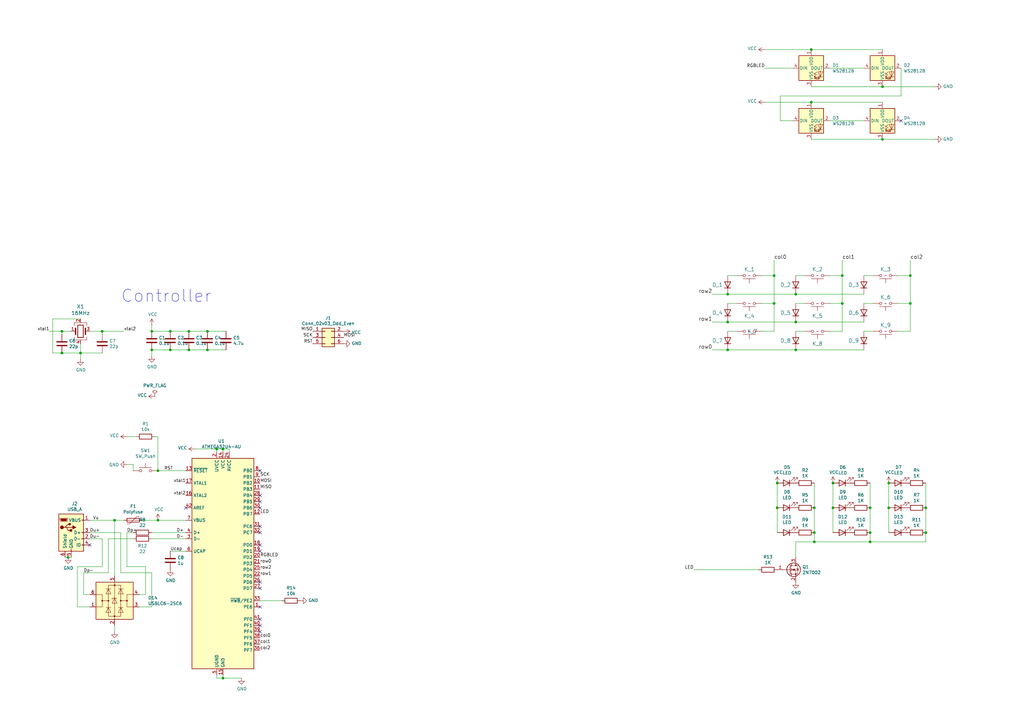
<source format=kicad_sch>
(kicad_sch (version 20211123) (generator eeschema)
  (paper "A3")
  (title_block (title "ValKey") (date "2018-03-18"))
  (lib_symbols
    (symbol "Connector:USB_B_Micro" (pin_names (offset 1.016))
      (property "Reference" "J" (at -5.08 11.43 0))
      (property "Value" "USB_B_Micro" (at -5.08 8.89 0))
      (symbol "USB_B_Micro_0_1"
        (rectangle (start -5.08 -7.62) (end 5.08 7.62) (stroke (width 0.254)) (fill (type background)))
        (circle (center -3.81 2.159) (radius 0.635) (stroke (width 0.254)) (fill (type outline)))
        (circle (center -0.635 3.429) (radius 0.381) (stroke (width 0.254)) (fill (type outline)))
        (rectangle (start -0.127 -7.62) (end 0.127 -6.858))
        (polyline (pts (xy -1.905 2.159) (xy 0.635 2.159)) (stroke (width 0.254)))
        (polyline (pts (xy -3.175 2.159) (xy -2.54 2.159) (xy -1.27 3.429) (xy -0.635 3.429)) (stroke (width 0.254)))
        (polyline (pts (xy -2.54 2.159) (xy -1.905 2.159) (xy -1.27 0.889) (xy 0 0.889)) (stroke (width 0.254)))
        (polyline (pts (xy 0.635 2.794) (xy 0.635 1.524) (xy 1.905 2.159) (xy 0.635 2.794)) (stroke (width 0.254)) (fill (type outline)))
        (polyline (pts (xy -4.318 5.588) (xy -1.778 5.588) (xy -2.032 4.826) (xy -4.064 4.826) (xy -4.318 5.588)) (fill (type outline)))
        (polyline (pts (xy -4.699 5.842) (xy -4.699 5.588) (xy -4.445 4.826) (xy -4.445 4.572) (xy -1.651 4.572) (xy -1.651 4.826) (xy -1.397 5.588) (xy -1.397 5.842) (xy -4.699 5.842)))
        (rectangle (start 0.254 1.27) (end -0.508 0.508) (stroke (width 0.254)) (fill (type outline)))
        (rectangle (start 5.08 -5.207) (end 4.318 -4.953))
        (rectangle (start 5.08 -2.667) (end 4.318 -2.413))
        (rectangle (start 5.08 -0.127) (end 4.318 0.127))
        (rectangle (start 5.08 4.953) (end 4.318 5.207))
      )
      (symbol "USB_B_Micro_1_1"
        (pin power_out line (at 7.62 5.08 180) (length 2.54) (name "VBUS") (number "1"))
        (pin bidirectional line (at 7.62 -2.54 180) (length 2.54) (name "D-") (number "2"))
        (pin bidirectional line (at 7.62 0 180) (length 2.54) (name "D+") (number "3"))
        (pin passive line (at 7.62 -5.08 180) (length 2.54) (name "ID") (number "4"))
        (pin power_out line (at 0 -10.16 90) (length 2.54) (name "GND") (number "5"))
        (pin passive line (at -2.54 -10.16 90) (length 2.54) (name "Shield") (number "6"))
      )
    )
    (symbol "Connector_Generic:Conn_02x03_Odd_Even" (pin_names (offset 1.016) hide)
      (property "Reference" "J" (at 1.27 5.08 0))
      (property "Value" "Conn_02x03_Odd_Even" (at 1.27 -5.08 0))
      (symbol "Conn_02x03_Odd_Even_1_1"
        (rectangle (start -1.27 -2.413) (end 0 -2.667) (stroke (width 0.1524)))
        (rectangle (start -1.27 0.127) (end 0 -0.127) (stroke (width 0.1524)))
        (rectangle (start -1.27 2.667) (end 0 2.413) (stroke (width 0.1524)))
        (rectangle (start -1.27 3.81) (end 3.81 -3.81) (stroke (width 0.254)) (fill (type background)))
        (rectangle (start 3.81 -2.413) (end 2.54 -2.667) (stroke (width 0.1524)))
        (rectangle (start 3.81 0.127) (end 2.54 -0.127) (stroke (width 0.1524)))
        (rectangle (start 3.81 2.667) (end 2.54 2.413) (stroke (width 0.1524)))
        (pin passive line (at -5.08 2.54 0) (length 3.81) (name "Pin_1") (number "1"))
        (pin passive line (at 7.62 2.54 180) (length 3.81) (name "Pin_2") (number "2"))
        (pin passive line (at -5.08 0 0) (length 3.81) (name "Pin_3") (number "3"))
        (pin passive line (at 7.62 0 180) (length 3.81) (name "Pin_4") (number "4"))
        (pin passive line (at -5.08 -2.54 0) (length 3.81) (name "Pin_5") (number "5"))
        (pin passive line (at 7.62 -2.54 180) (length 3.81) (name "Pin_6") (number "6"))
      )
    )
    (symbol "Device:C" (pin_numbers hide) (pin_names (offset 0.254))
      (property "Reference" "C" (at 0.635 2.54 0))
      (property "Value" "C" (at 0.635 -2.54 0))
      (symbol "C_0_1"
        (polyline (pts (xy -2.032 -0.762) (xy 2.032 -0.762)) (stroke (width 0.508)))
        (polyline (pts (xy -2.032 0.762) (xy 2.032 0.762)) (stroke (width 0.508)))
      )
      (symbol "C_1_1"
        (pin passive line (at 0 3.81 270) (length 2.794) (name "~") (number "1"))
        (pin passive line (at 0 -3.81 90) (length 2.794) (name "~") (number "2"))
      )
    )
    (symbol "Device:Crystal_GND24" (pin_names (offset 1.016) hide)
      (property "Reference" "Y" (at 3.175 5.08 0))
      (property "Value" "Crystal_GND24" (at 3.175 3.175 0))
      (symbol "Crystal_GND24_0_1"
        (rectangle (start -1.143 2.54) (end 1.143 -2.54) (stroke (width 0.3048)))
        (polyline (pts (xy -2.54 0) (xy -2.032 0)))
        (polyline (pts (xy -2.032 -1.27) (xy -2.032 1.27)) (stroke (width 0.508)))
        (polyline (pts (xy 0 -3.81) (xy 0 -3.556)))
        (polyline (pts (xy 0 3.556) (xy 0 3.81)))
        (polyline (pts (xy 2.032 -1.27) (xy 2.032 1.27)) (stroke (width 0.508)))
        (polyline (pts (xy 2.032 0) (xy 2.54 0)))
        (polyline (pts (xy -2.54 -2.286) (xy -2.54 -3.556) (xy 2.54 -3.556) (xy 2.54 -2.286)))
        (polyline (pts (xy -2.54 2.286) (xy -2.54 3.556) (xy 2.54 3.556) (xy 2.54 2.286)))
      )
      (symbol "Crystal_GND24_1_1"
        (pin passive line (at -3.81 0 0) (length 1.27) (name "1") (number "1"))
        (pin passive line (at 0 5.08 270) (length 1.27) (name "2") (number "2"))
        (pin passive line (at 3.81 0 180) (length 1.27) (name "3") (number "3"))
        (pin passive line (at 0 -5.08 90) (length 1.27) (name "4") (number "4"))
      )
    )
    (symbol "Device:D" (pin_numbers hide) (pin_names (offset 1.016) hide)
      (property "Reference" "D" (at 0 2.54 0))
      (property "Value" "D" (at 0 -2.54 0))
      (symbol "D_0_1"
        (polyline (pts (xy -1.27 1.27) (xy -1.27 -1.27)) (stroke (width 0.254)))
        (polyline (pts (xy 1.27 0) (xy -1.27 0)))
        (polyline (pts (xy 1.27 1.27) (xy 1.27 -1.27) (xy -1.27 0) (xy 1.27 1.27)) (stroke (width 0.254)))
      )
      (symbol "D_1_1"
        (pin passive line (at -3.81 0 0) (length 2.54) (name "K") (number "1"))
        (pin passive line (at 3.81 0 180) (length 2.54) (name "A") (number "2"))
      )
    )
    (symbol "Device:LED" (pin_numbers hide) (pin_names (offset 1.016) hide)
      (property "Reference" "D" (at 0 2.54 0))
      (property "Value" "LED" (at 0 -2.54 0))
      (symbol "LED_0_1"
        (polyline (pts (xy -1.27 -1.27) (xy -1.27 1.27)) (stroke (width 0.254)))
        (polyline (pts (xy -1.27 0) (xy 1.27 0)))
        (polyline (pts (xy 1.27 -1.27) (xy 1.27 1.27) (xy -1.27 0) (xy 1.27 -1.27)) (stroke (width 0.254)))
        (polyline (pts (xy -3.048 -0.762) (xy -4.572 -2.286) (xy -3.81 -2.286) (xy -4.572 -2.286) (xy -4.572 -1.524)))
        (polyline (pts (xy -1.778 -0.762) (xy -3.302 -2.286) (xy -2.54 -2.286) (xy -3.302 -2.286) (xy -3.302 -1.524)))
      )
      (symbol "LED_1_1"
        (pin passive line (at -3.81 0 0) (length 2.54) (name "K") (number "1"))
        (pin passive line (at 3.81 0 180) (length 2.54) (name "A") (number "2"))
      )
    )
    (symbol "Device:Polyfuse" (pin_numbers hide) (pin_names (offset 0))
      (property "Reference" "F" (at -2.54 0 90))
      (property "Value" "Polyfuse" (at 2.54 0 90))
      (symbol "Polyfuse_0_1"
        (rectangle (start -0.762 2.54) (end 0.762 -2.54) (stroke (width 0.254)))
        (polyline (pts (xy 0 2.54) (xy 0 -2.54)))
        (polyline (pts (xy -1.524 2.54) (xy -1.524 1.524) (xy 1.524 -1.524) (xy 1.524 -2.54)))
      )
      (symbol "Polyfuse_1_1"
        (pin passive line (at 0 3.81 270) (length 1.27) (name "~") (number "1"))
        (pin passive line (at 0 -3.81 90) (length 1.27) (name "~") (number "2"))
      )
    )
    (symbol "Device:R" (pin_numbers hide) (pin_names (offset 0))
      (property "Reference" "R" (at 2.032 0 90))
      (property "Value" "R" (at 0 0 90))
      (symbol "R_0_1"
        (rectangle (start -1.016 -2.54) (end 1.016 2.54) (stroke (width 0.254)))
      )
      (symbol "R_1_1"
        (pin passive line (at 0 3.81 270) (length 1.27) (name "~") (number "1"))
        (pin passive line (at 0 -3.81 90) (length 1.27) (name "~") (number "2"))
      )
    )
    (symbol "LED:WS2812B" (pin_names (offset 0.254))
      (property "Reference" "D" (at 5.08 5.715 0))
      (property "Value" "WS2812B" (at 1.27 -5.715 0))
      (symbol "WS2812B_0_0"
        (text "RGB" (at 2.286 -4.191 0) (effects (font (size 0.762 0.762))))
      )
      (symbol "WS2812B_0_1"
        (polyline (pts (xy 1.27 -3.556) (xy 1.778 -3.556)))
        (polyline (pts (xy 1.27 -2.54) (xy 1.778 -2.54)))
        (polyline (pts (xy 4.699 -3.556) (xy 2.667 -3.556)))
        (polyline (pts (xy 2.286 -2.54) (xy 1.27 -3.556) (xy 1.27 -3.048)))
        (polyline (pts (xy 2.286 -1.524) (xy 1.27 -2.54) (xy 1.27 -2.032)))
        (polyline (pts (xy 3.683 -1.016) (xy 3.683 -3.556) (xy 3.683 -4.064)))
        (polyline (pts (xy 4.699 -1.524) (xy 2.667 -1.524) (xy 3.683 -3.556) (xy 4.699 -1.524)))
        (rectangle (start 5.08 5.08) (end -5.08 -5.08) (stroke (width 0.254)) (fill (type background)))
      )
      (symbol "WS2812B_1_1"
        (pin power_in line (at 0 7.62 270) (length 2.54) (name "VDD") (number "1"))
        (pin output line (at 7.62 0 180) (length 2.54) (name "DOUT") (number "2"))
        (pin power_in line (at 0 -7.62 90) (length 2.54) (name "VSS") (number "3"))
        (pin input line (at -7.62 0 0) (length 2.54) (name "DIN") (number "4"))
      )
    )
    (symbol "MCU_Microchip_ATmega:ATmega32U4-A"
      (property "Reference" "U" (at -12.7 44.45 0))
      (property "Value" "ATmega32U4-A" (at 2.54 -44.45 0))
      (symbol "ATmega32U4-A_0_1"
        (rectangle (start -12.7 -43.18) (end 12.7 43.18) (stroke (width 0.254)) (fill (type background)))
      )
      (symbol "ATmega32U4-A_1_1"
        (pin bidirectional line (at 15.24 -17.78 180) (length 2.54) (name "PE6") (number "1"))
        (pin bidirectional line (at 15.24 33.02 180) (length 2.54) (name "PB2") (number "10"))
        (pin bidirectional line (at 15.24 30.48 180) (length 2.54) (name "PB3") (number "11"))
        (pin bidirectional line (at 15.24 20.32 180) (length 2.54) (name "PB7") (number "12"))
        (pin input line (at -15.24 38.1 0) (length 2.54) (name "~{RESET}") (number "13"))
        (pin power_in line (at 0 45.72 270) (length 2.54) (name "VCC") (number "14"))
        (pin power_in line (at 0 -45.72 90) (length 2.54) (name "GND") (number "15"))
        (pin output line (at -15.24 27.94 0) (length 2.54) (name "XTAL2") (number "16"))
        (pin input line (at -15.24 33.02 0) (length 2.54) (name "XTAL1") (number "17"))
        (pin bidirectional line (at 15.24 7.62 180) (length 2.54) (name "PD0") (number "18"))
        (pin bidirectional line (at 15.24 5.08 180) (length 2.54) (name "PD1") (number "19"))
        (pin power_in line (at -2.54 45.72 270) (length 2.54) (name "UVCC") (number "2"))
        (pin bidirectional line (at 15.24 2.54 180) (length 2.54) (name "PD2") (number "20"))
        (pin bidirectional line (at 15.24 0 180) (length 2.54) (name "PD3") (number "21"))
        (pin bidirectional line (at 15.24 -5.08 180) (length 2.54) (name "PD5") (number "22"))
        (pin passive line (at 0 -45.72 90) (length 2.54) hide (name "GND") (number "23"))
        (pin power_in line (at 2.54 45.72 270) (length 2.54) (name "AVCC") (number "24"))
        (pin bidirectional line (at 15.24 -2.54 180) (length 2.54) (name "PD4") (number "25"))
        (pin bidirectional line (at 15.24 -7.62 180) (length 2.54) (name "PD6") (number "26"))
        (pin bidirectional line (at 15.24 -10.16 180) (length 2.54) (name "PD7") (number "27"))
        (pin bidirectional line (at 15.24 27.94 180) (length 2.54) (name "PB4") (number "28"))
        (pin bidirectional line (at 15.24 25.4 180) (length 2.54) (name "PB5") (number "29"))
        (pin bidirectional line (at -15.24 10.16 0) (length 2.54) (name "D-") (number "3"))
        (pin bidirectional line (at 15.24 22.86 180) (length 2.54) (name "PB6") (number "30"))
        (pin bidirectional line (at 15.24 15.24 180) (length 2.54) (name "PC6") (number "31"))
        (pin bidirectional line (at 15.24 12.7 180) (length 2.54) (name "PC7") (number "32"))
        (pin bidirectional line (at 15.24 -15.24 180) (length 2.54) (name "~{HWB}/PE2") (number "33"))
        (pin passive line (at 0 45.72 270) (length 2.54) hide (name "VCC") (number "34"))
        (pin passive line (at 0 -45.72 90) (length 2.54) hide (name "GND") (number "35"))
        (pin bidirectional line (at 15.24 -35.56 180) (length 2.54) (name "PF7") (number "36"))
        (pin bidirectional line (at 15.24 -33.02 180) (length 2.54) (name "PF6") (number "37"))
        (pin bidirectional line (at 15.24 -30.48 180) (length 2.54) (name "PF5") (number "38"))
        (pin bidirectional line (at 15.24 -27.94 180) (length 2.54) (name "PF4") (number "39"))
        (pin bidirectional line (at -15.24 12.7 0) (length 2.54) (name "D+") (number "4"))
        (pin bidirectional line (at 15.24 -25.4 180) (length 2.54) (name "PF1") (number "40"))
        (pin bidirectional line (at 15.24 -22.86 180) (length 2.54) (name "PF0") (number "41"))
        (pin passive line (at -15.24 22.86 0) (length 2.54) (name "AREF") (number "42"))
        (pin passive line (at 0 -45.72 90) (length 2.54) hide (name "GND") (number "43"))
        (pin passive line (at 2.54 45.72 270) (length 2.54) hide (name "AVCC") (number "44"))
        (pin passive line (at -2.54 -45.72 90) (length 2.54) (name "UGND") (number "5"))
        (pin passive line (at -15.24 5.08 0) (length 2.54) (name "UCAP") (number "6"))
        (pin input line (at -15.24 17.78 0) (length 2.54) (name "VBUS") (number "7"))
        (pin bidirectional line (at 15.24 38.1 180) (length 2.54) (name "PB0") (number "8"))
        (pin bidirectional line (at 15.24 35.56 180) (length 2.54) (name "PB1") (number "9"))
      )
    )
    (symbol "Power_Protection:USBLC6-2SC6" (pin_names hide)
      (property "Reference" "U" (at 2.54 8.89 0))
      (property "Value" "USBLC6-2SC6" (at 2.54 -8.89 0))
      (symbol "USBLC6-2SC6_0_1"
        (rectangle (start -7.62 -7.62) (end 7.62 7.62) (stroke (width 0.254)) (fill (type background)))
        (circle (center -5.08 0) (radius 0.254) (fill (type outline)))
        (circle (center -2.54 0) (radius 0.254) (fill (type outline)))
        (rectangle (start -2.54 6.35) (end 2.54 -6.35))
        (circle (center 0 -6.35) (radius 0.254) (fill (type outline)))
        (polyline (pts (xy -5.08 -2.54) (xy -7.62 -2.54)))
        (polyline (pts (xy -5.08 0) (xy -5.08 -2.54)))
        (polyline (pts (xy -5.08 2.54) (xy -7.62 2.54)))
        (polyline (pts (xy -1.524 -2.794) (xy -3.556 -2.794)))
        (polyline (pts (xy -1.524 4.826) (xy -3.556 4.826)))
        (polyline (pts (xy 0 -7.62) (xy 0 -6.35)))
        (polyline (pts (xy 0 -6.35) (xy 0 1.27)))
        (polyline (pts (xy 0 1.27) (xy 0 6.35)))
        (polyline (pts (xy 0 6.35) (xy 0 7.62)))
        (polyline (pts (xy 1.524 -2.794) (xy 3.556 -2.794)))
        (polyline (pts (xy 1.524 4.826) (xy 3.556 4.826)))
        (polyline (pts (xy 5.08 -2.54) (xy 7.62 -2.54)))
        (polyline (pts (xy 5.08 0) (xy 5.08 -2.54)))
        (polyline (pts (xy 5.08 2.54) (xy 7.62 2.54)))
        (polyline (pts (xy -2.54 0) (xy -5.08 0) (xy -5.08 2.54)))
        (polyline (pts (xy 2.54 0) (xy 5.08 0) (xy 5.08 2.54)))
        (polyline (pts (xy -3.556 -4.826) (xy -1.524 -4.826) (xy -2.54 -2.794) (xy -3.556 -4.826)))
        (polyline (pts (xy -3.556 2.794) (xy -1.524 2.794) (xy -2.54 4.826) (xy -3.556 2.794)))
        (polyline (pts (xy -1.016 -1.016) (xy 1.016 -1.016) (xy 0 1.016) (xy -1.016 -1.016)))
        (polyline (pts (xy 1.016 1.016) (xy 0.762 1.016) (xy -1.016 1.016) (xy -1.016 0.508)))
        (polyline (pts (xy 3.556 -4.826) (xy 1.524 -4.826) (xy 2.54 -2.794) (xy 3.556 -4.826)))
        (polyline (pts (xy 3.556 2.794) (xy 1.524 2.794) (xy 2.54 4.826) (xy 3.556 2.794)))
        (circle (center 0 6.35) (radius 0.254) (fill (type outline)))
        (circle (center 2.54 0) (radius 0.254) (fill (type outline)))
        (circle (center 5.08 0) (radius 0.254) (fill (type outline)))
      )
      (symbol "USBLC6-2SC6_1_1"
        (pin passive line (at -10.16 -2.54 0) (length 2.54) (name "I/O1") (number "1"))
        (pin passive line (at 0 -10.16 90) (length 2.54) (name "GND") (number "2"))
        (pin passive line (at 10.16 -2.54 180) (length 2.54) (name "I/O2") (number "3"))
        (pin passive line (at 10.16 2.54 180) (length 2.54) (name "I/O2") (number "4"))
        (pin passive line (at 0 10.16 270) (length 2.54) (name "VBUS") (number "5"))
        (pin passive line (at -10.16 2.54 0) (length 2.54) (name "I/O1") (number "6"))
      )
    )
    (symbol "Switch:SW_Push" (pin_numbers hide) (pin_names (offset 1.016) hide)
      (property "Reference" "SW" (at 1.27 2.54 0))
      (property "Value" "SW_Push" (at 0 -1.524 0))
      (symbol "SW_Push_0_1"
        (circle (center -2.032 0) (radius 0.508))
        (polyline (pts (xy 0 1.27) (xy 0 3.048)))
        (polyline (pts (xy 2.54 1.27) (xy -2.54 1.27)))
        (circle (center 2.032 0) (radius 0.508))
        (pin passive line (at -5.08 0 0) (length 2.54) (name "1") (number "1"))
        (pin passive line (at 5.08 0 180) (length 2.54) (name "2") (number "2"))
      )
    )
    (symbol "Transistor_FET:2N7002" (pin_names hide)
      (property "Reference" "Q" (at 5.08 1.905 0))
      (property "Value" "2N7002" (at 5.08 0 0))
      (symbol "2N7002_0_1"
        (polyline (pts (xy 0.254 0) (xy -2.54 0)))
        (polyline (pts (xy 0.254 1.905) (xy 0.254 -1.905)) (stroke (width 0.254)))
        (polyline (pts (xy 0.762 -1.27) (xy 0.762 -2.286)) (stroke (width 0.254)))
        (polyline (pts (xy 0.762 0.508) (xy 0.762 -0.508)) (stroke (width 0.254)))
        (polyline (pts (xy 0.762 2.286) (xy 0.762 1.27)) (stroke (width 0.254)))
        (polyline (pts (xy 2.54 2.54) (xy 2.54 1.778)))
        (polyline (pts (xy 2.54 -2.54) (xy 2.54 0) (xy 0.762 0)))
        (polyline (pts (xy 0.762 -1.778) (xy 3.302 -1.778) (xy 3.302 1.778) (xy 0.762 1.778)))
        (polyline (pts (xy 1.016 0) (xy 2.032 0.381) (xy 2.032 -0.381) (xy 1.016 0)) (fill (type outline)))
        (polyline (pts (xy 2.794 0.508) (xy 2.921 0.381) (xy 3.683 0.381) (xy 3.81 0.254)))
        (polyline (pts (xy 3.302 0.381) (xy 2.921 -0.254) (xy 3.683 -0.254) (xy 3.302 0.381)))
        (circle (center 1.651 0) (radius 2.794) (stroke (width 0.254)))
        (circle (center 2.54 -1.778) (radius 0.254) (fill (type outline)))
        (circle (center 2.54 1.778) (radius 0.254) (fill (type outline)))
      )
      (symbol "2N7002_1_1"
        (pin input line (at -5.08 0 0) (length 2.54) (name "G") (number "1"))
        (pin passive line (at 2.54 -5.08 90) (length 2.54) (name "S") (number "2"))
        (pin passive line (at 2.54 5.08 270) (length 2.54) (name "D") (number "3"))
      )
    )
    (symbol "power:GND" (power) (pin_names (offset 0))
      (property "Value" "GND" (at 0 -3.81 0))
      (symbol "GND_0_1"
        (polyline (pts (xy 0 0) (xy 0 -1.27) (xy 1.27 -1.27) (xy 0 -2.54) (xy -1.27 -1.27) (xy 0 -1.27)))
      )
      (symbol "GND_1_1"
        (pin power_in line (at 0 0 270) (length 0) hide (name "GND") (number "1"))
      )
    )
    (symbol "power:PWR_FLAG" (power) (pin_numbers hide) (pin_names (offset 0) hide)
      (property "Value" "PWR_FLAG" (at 0 3.81 0))
      (symbol "PWR_FLAG_0_0"
        (pin power_out line (at 0 0 90) (length 0) (name "pwr") (number "1"))
      )
      (symbol "PWR_FLAG_0_1"
        (polyline (pts (xy 0 0) (xy 0 1.27) (xy -1.016 1.905) (xy 0 2.54) (xy 1.016 1.905) (xy 0 1.27)))
      )
    )
    (symbol "power:VCC" (power) (pin_names (offset 0))
      (property "Value" "VCC" (at 0 3.81 0))
      (symbol "VCC_0_1"
        (polyline (pts (xy -0.762 1.27) (xy 0 2.54)))
        (polyline (pts (xy 0 0) (xy 0 2.54)))
        (polyline (pts (xy 0 2.54) (xy 0.762 1.27)))
      )
      (symbol "VCC_1_1"
        (pin power_in line (at 0 0 90) (length 0) hide (name "VCC") (number "1"))
      )
    )
  )
  (junction (at 69.85 143.51))
  (junction (at 62.23 135.89))
  (junction (at 318.77 198.12))
  (junction (at 356.87 218.44))
  (junction (at 345.44 113.03))
  (junction (at 85.09 143.51))
  (junction (at 77.47 143.51))
  (junction (at 332.74 41.91))
  (junction (at 332.74 20.32))
  (junction (at 373.38 113.03))
  (junction (at 27.94 228.6))
  (junction (at 25.4 135.89))
  (junction (at 88.9 184.15))
  (junction (at 64.77 213.36))
  (junction (at 373.38 124.46))
  (junction (at 298.45 120.65))
  (junction (at 334.01 208.28))
  (junction (at 341.63 198.12))
  (junction (at 33.02 144.78))
  (junction (at 379.73 208.28))
  (junction (at 356.87 222.25))
  (junction (at 341.63 208.28))
  (junction (at 317.5 113.03))
  (junction (at 318.77 208.28))
  (junction (at 91.44 278.13))
  (junction (at 62.23 143.51))
  (junction (at 356.87 208.28))
  (junction (at 345.44 124.46))
  (junction (at 317.5 124.46))
  (junction (at 334.01 222.25))
  (junction (at 85.09 135.89))
  (junction (at 25.4 144.78))
  (junction (at 364.49 198.12))
  (junction (at 77.47 135.89))
  (junction (at 361.95 57.15))
  (junction (at 326.39 120.65))
  (junction (at 298.45 132.08))
  (junction (at 64.77 193.04))
  (junction (at 69.85 135.89))
  (junction (at 326.39 132.08))
  (junction (at 41.91 135.89))
  (junction (at 361.95 35.56))
  (junction (at 364.49 208.28))
  (junction (at 46.99 213.36))
  (junction (at 298.45 143.51))
  (junction (at 91.44 184.15))
  (junction (at 379.73 218.44))
  (junction (at 326.39 143.51))
  (junction (at 334.01 218.44))
  (no_connect (at 36.83 223.52))
  (no_connect (at 106.68 226.06))
  (no_connect (at 106.68 205.74))
  (no_connect (at 106.68 208.28))
  (no_connect (at 106.68 215.9))
  (no_connect (at 106.68 248.92))
  (no_connect (at 106.68 256.54))
  (no_connect (at 106.68 241.3))
  (no_connect (at 106.68 223.52))
  (no_connect (at 106.68 254))
  (no_connect (at 106.68 203.2))
  (no_connect (at 106.68 193.04))
  (no_connect (at 106.68 218.44))
  (no_connect (at 76.2 208.28))
  (no_connect (at 106.68 259.08))
  (no_connect (at 369.57 49.53))
  (no_connect (at 106.68 238.76))
  (wire (pts (xy 63.5 179.07) (xy 64.77 179.07)))
  (wire (pts (xy 326.39 132.08) (xy 354.33 132.08)))
  (wire (pts (xy 298.45 113.03) (xy 302.26 113.03)))
  (wire (pts (xy 25.4 135.89) (xy 29.21 135.89)))
  (wire (pts (xy 62.23 133.35) (xy 62.23 135.89)))
  (wire (pts (xy 49.53 218.44) (xy 49.53 234.95)))
  (wire (pts (xy 312.42 113.03) (xy 317.5 113.03)))
  (wire (pts (xy 318.77 198.12) (xy 318.77 208.28)))
  (wire (pts (xy 91.44 184.15) (xy 91.44 185.42)))
  (wire (pts (xy 34.29 234.95) (xy 44.45 234.95)))
  (wire (pts (xy 46.99 256.54) (xy 46.99 259.08)))
  (wire (pts (xy 52.07 179.07) (xy 55.88 179.07)))
  (wire (pts (xy 326.39 222.25) (xy 326.39 228.6)))
  (wire (pts (xy 34.29 243.84) (xy 36.83 243.84)))
  (wire (pts (xy 88.9 184.15) (xy 88.9 185.42)))
  (wire (pts (xy 361.95 35.56) (xy 332.74 35.56)))
  (wire (pts (xy 326.39 124.46) (xy 330.2 124.46)))
  (wire (pts (xy 26.67 228.6) (xy 27.94 228.6)))
  (wire (pts (xy 318.77 218.44) (xy 318.77 208.28)))
  (wire (pts (xy 345.44 124.46) (xy 345.44 135.89)))
  (wire (pts (xy 317.5 106.68) (xy 317.5 113.03)))
  (wire (pts (xy 379.73 222.25) (xy 356.87 222.25)))
  (wire (pts (xy 85.09 143.51) (xy 77.47 143.51)))
  (wire (pts (xy 77.47 135.89) (xy 85.09 135.89)))
  (wire (pts (xy 298.45 143.51) (xy 326.39 143.51)))
  (wire (pts (xy 345.44 113.03) (xy 345.44 124.46)))
  (wire (pts (xy 334.01 208.28) (xy 334.01 218.44)))
  (wire (pts (xy 57.15 248.92) (xy 62.23 248.92)))
  (wire (pts (xy 373.38 124.46) (xy 368.3 124.46)))
  (wire (pts (xy 62.23 143.51) (xy 62.23 146.05)))
  (wire (pts (xy 354.33 135.89) (xy 358.14 135.89)))
  (wire (pts (xy 345.44 124.46) (xy 340.36 124.46)))
  (wire (pts (xy 345.44 135.89) (xy 340.36 135.89)))
  (wire (pts (xy 92.71 143.51) (xy 85.09 143.51)))
  (wire (pts (xy 379.73 208.28) (xy 379.73 218.44)))
  (wire (pts (xy 312.42 124.46) (xy 317.5 124.46)))
  (wire (pts (xy 64.77 193.04) (xy 76.2 193.04)))
  (wire (pts (xy 345.44 106.68) (xy 345.44 113.03)))
  (wire (pts (xy 292.1 143.51) (xy 298.45 143.51)))
  (wire (pts (xy 31.75 232.41) (xy 31.75 248.92)))
  (wire (pts (xy 69.85 143.51) (xy 62.23 143.51)))
  (wire (pts (xy 369.57 39.37) (xy 320.04 39.37)))
  (wire (pts (xy 298.45 132.08) (xy 326.39 132.08)))
  (wire (pts (xy 64.77 213.36) (xy 76.2 213.36)))
  (wire (pts (xy 373.38 124.46) (xy 373.38 135.89)))
  (wire (pts (xy 69.85 135.89) (xy 77.47 135.89)))
  (wire (pts (xy 62.23 135.89) (xy 69.85 135.89)))
  (wire (pts (xy 356.87 198.12) (xy 356.87 208.28)))
  (wire (pts (xy 292.1 120.65) (xy 298.45 120.65)))
  (wire (pts (xy 292.1 132.08) (xy 298.45 132.08)))
  (wire (pts (xy 364.49 218.44) (xy 364.49 208.28)))
  (wire (pts (xy 334.01 218.44) (xy 334.01 222.25)))
  (wire (pts (xy 31.75 248.92) (xy 36.83 248.92)))
  (wire (pts (xy 341.63 218.44) (xy 341.63 208.28)))
  (wire (pts (xy 58.42 213.36) (xy 64.77 213.36)))
  (wire (pts (xy 332.74 20.32) (xy 361.95 20.32)))
  (wire (pts (xy 326.39 120.65) (xy 354.33 120.65)))
  (wire (pts (xy 379.73 218.44) (xy 379.73 222.25)))
  (wire (pts (xy 52.07 232.41) (xy 59.69 232.41)))
  (wire (pts (xy 311.15 233.68) (xy 284.48 233.68)))
  (wire (pts (xy 312.42 135.89) (xy 317.5 135.89)))
  (wire (pts (xy 62.23 220.98) (xy 76.2 220.98)))
  (wire (pts (xy 317.5 113.03) (xy 317.5 124.46)))
  (wire (pts (xy 88.9 278.13) (xy 91.44 278.13)))
  (wire (pts (xy 320.04 49.53) (xy 325.12 49.53)))
  (wire (pts (xy 91.44 278.13) (xy 99.06 278.13)))
  (wire (pts (xy 364.49 198.12) (xy 364.49 208.28)))
  (wire (pts (xy 91.44 278.13) (xy 91.44 276.86)))
  (wire (pts (xy 64.77 179.07) (xy 64.77 193.04)))
  (wire (pts (xy 313.69 41.91) (xy 332.74 41.91)))
  (wire (pts (xy 326.39 135.89) (xy 330.2 135.89)))
  (wire (pts (xy 298.45 135.89) (xy 302.26 135.89)))
  (wire (pts (xy 313.69 20.32) (xy 332.74 20.32)))
  (wire (pts (xy 356.87 218.44) (xy 356.87 222.25)))
  (wire (pts (xy 356.87 208.28) (xy 356.87 218.44)))
  (wire (pts (xy 91.44 184.15) (xy 93.98 184.15)))
  (wire (pts (xy 369.57 27.94) (xy 369.57 39.37)))
  (wire (pts (xy 326.39 143.51) (xy 354.33 143.51)))
  (wire (pts (xy 340.36 27.94) (xy 354.33 27.94)))
  (wire (pts (xy 36.83 218.44) (xy 49.53 218.44)))
  (wire (pts (xy 69.85 226.06) (xy 76.2 226.06)))
  (wire (pts (xy 341.63 198.12) (xy 341.63 208.28)))
  (wire (pts (xy 44.45 220.98) (xy 54.61 220.98)))
  (wire (pts (xy 88.9 278.13) (xy 88.9 276.86)))
  (wire (pts (xy 57.15 243.84) (xy 59.69 243.84)))
  (wire (pts (xy 85.09 135.89) (xy 92.71 135.89)))
  (wire (pts (xy 373.38 135.89) (xy 368.3 135.89)))
  (wire (pts (xy 340.36 49.53) (xy 354.33 49.53)))
  (wire (pts (xy 373.38 113.03) (xy 373.38 124.46)))
  (wire (pts (xy 36.83 220.98) (xy 41.91 220.98)))
  (wire (pts (xy 326.39 113.03) (xy 330.2 113.03)))
  (wire (pts (xy 317.5 124.46) (xy 317.5 135.89)))
  (wire (pts (xy 345.44 113.03) (xy 340.36 113.03)))
  (wire (pts (xy 41.91 135.89) (xy 50.8 135.89)))
  (wire (pts (xy 33.02 144.78) (xy 41.91 144.78)))
  (wire (pts (xy 25.4 135.89) (xy 20.32 135.89)))
  (wire (pts (xy 383.54 57.15) (xy 361.95 57.15)))
  (wire (pts (xy 52.07 218.44) (xy 52.07 232.41)))
  (wire (pts (xy 41.91 220.98) (xy 41.91 232.41)))
  (wire (pts (xy 33.02 144.78) (xy 25.4 144.78)))
  (wire (pts (xy 320.04 39.37) (xy 320.04 49.53)))
  (wire (pts (xy 298.45 120.65) (xy 326.39 120.65)))
  (wire (pts (xy 298.45 124.46) (xy 302.26 124.46)))
  (wire (pts (xy 41.91 135.89) (xy 41.91 137.16)))
  (wire (pts (xy 54.61 190.5) (xy 52.07 190.5)))
  (wire (pts (xy 33.02 144.78) (xy 33.02 147.32)))
  (wire (pts (xy 354.33 124.46) (xy 358.14 124.46)))
  (wire (pts (xy 88.9 184.15) (xy 91.44 184.15)))
  (wire (pts (xy 46.99 213.36) (xy 50.8 213.36)))
  (wire (pts (xy 36.83 135.89) (xy 41.91 135.89)))
  (wire (pts (xy 356.87 222.25) (xy 334.01 222.25)))
  (wire (pts (xy 62.23 234.95) (xy 62.23 248.92)))
  (wire (pts (xy 59.69 243.84) (xy 59.69 232.41)))
  (wire (pts (xy 54.61 193.04) (xy 54.61 190.5)))
  (wire (pts (xy 379.73 198.12) (xy 379.73 208.28)))
  (wire (pts (xy 334.01 198.12) (xy 334.01 208.28)))
  (wire (pts (xy 44.45 234.95) (xy 44.45 220.98)))
  (wire (pts (xy 106.68 246.38) (xy 115.57 246.38)))
  (wire (pts (xy 383.54 35.56) (xy 361.95 35.56)))
  (wire (pts (xy 34.29 243.84) (xy 34.29 234.95)))
  (wire (pts (xy 313.69 27.94) (xy 325.12 27.94)))
  (wire (pts (xy 46.99 213.36) (xy 46.99 236.22)))
  (wire (pts (xy 373.38 113.03) (xy 368.3 113.03)))
  (wire (pts (xy 354.33 113.03) (xy 358.14 113.03)))
  (wire (pts (xy 41.91 232.41) (xy 31.75 232.41)))
  (wire (pts (xy 334.01 222.25) (xy 326.39 222.25)))
  (wire (pts (xy 21.59 130.81) (xy 21.59 144.78)))
  (wire (pts (xy 27.94 228.6) (xy 29.21 228.6)))
  (wire (pts (xy 93.98 184.15) (xy 93.98 185.42)))
  (wire (pts (xy 36.83 213.36) (xy 46.99 213.36)))
  (wire (pts (xy 25.4 135.89) (xy 25.4 137.16)))
  (wire (pts (xy 62.23 218.44) (xy 76.2 218.44)))
  (wire (pts (xy 49.53 234.95) (xy 62.23 234.95)))
  (wire (pts (xy 21.59 144.78) (xy 25.4 144.78)))
  (wire (pts (xy 33.02 130.81) (xy 21.59 130.81)))
  (wire (pts (xy 80.01 184.15) (xy 88.9 184.15)))
  (wire (pts (xy 77.47 143.51) (xy 69.85 143.51)))
  (wire (pts (xy 373.38 106.68) (xy 373.38 113.03)))
  (wire (pts (xy 332.74 57.15) (xy 361.95 57.15)))
  (wire (pts (xy 52.07 218.44) (xy 54.61 218.44)))
  (wire (pts (xy 361.95 41.91) (xy 332.74 41.91)))
  (wire (pts (xy 33.02 140.97) (xy 33.02 144.78)))
  (text "Controller" (at 49.53 124.46 0) (effects (font (size 5.0038 5.0038)) (justify left bottom)))
  (label "row1" (at 292.1 132.08 180) (effects (font (size 1.524 1.524))))
  (label "col2" (at 373.38 106.68 0) (effects (font (size 1.524 1.524))))
  (label "D+" (at 72.39 218.44 0))
  (label "D-" (at 72.39 220.98 0))
  (label "col1" (at 345.44 106.68 0) (effects (font (size 1.524 1.524))))
  (label "Du-" (at 36.83 220.98 0))
  (label "col1" (at 106.68 264.16 0))
  (label "RGBLED" (at 106.68 228.6 0))
  (label "Vu" (at 38.1 213.36 0))
  (label "Du+" (at 36.83 218.44 0))
  (label "Dp+" (at 52.07 218.44 0))
  (label "col2" (at 106.68 266.7 0))
  (label "MISO" (at 106.68 200.66 0))
  (label "row0" (at 106.68 231.14 0))
  (label "SCK" (at 106.68 195.58 0))
  (label "MISO" (at 128.27 135.89 180))
  (label "RST" (at 67.31 193.04 0))
  (label "LED" (at 106.68 210.82 0))
  (label "MOSI" (at 140.97 138.43 0))
  (label "xtal1" (at 20.32 135.89 180))
  (label "col0" (at 317.5 106.68 0) (effects (font (size 1.524 1.524))))
  (label "row0" (at 292.1 143.51 180) (effects (font (size 1.524 1.524))))
  (label "row1" (at 106.68 236.22 0))
  (label "SCK" (at 128.27 138.43 180))
  (label "RGBLED" (at 313.69 27.94 180))
  (label "MOSI" (at 106.68 198.12 0))
  (label "Dp-" (at 34.29 234.95 0))
  (label "RST" (at 128.27 140.97 180))
  (label "Ucap" (at 69.85 226.06 0))
  (label "row2" (at 106.68 233.68 0))
  (label "xtal2" (at 50.8 135.89 0))
  (label "LED" (at 284.48 233.68 180))
  (label "col0" (at 106.68 261.62 0))
  (label "xtal1" (at 76.2 198.12 180))
  (label "xtal2" (at 76.2 203.2 180))
  (label "row2" (at 292.1 120.65 180) (effects (font (size 1.524 1.524))))
  (symbol (lib_id "MCU_Microchip_ATmega:ATmega32U4-A") (at 91.44 231.14 0) (unit 1)
    (property "Reference" "U1" (at 90.805 180.8988 0))
    (property "Value" "ATMEGA32U4-AU" (at 90.805 183.2102 0))
    (property "Footprint" "Package_QFP:TQFP-44_10x10mm_P0.8mm" (effects hide))
    (property "Datasheet" "http://ww1.microchip.com/downloads/en/DeviceDoc/Atmel-7766-8-bit-AVR-ATmega16U4-32U4_Datasheet.pdf" (effects hide))
    (property "PartNr" "C44854" (effects hide))
  )
  (symbol (lib_id "power:VCC") (at 62.23 133.35 0) (unit 1)
    (property "Reference" "#PWR05" (effects hide))
    (property "Value" "VCC" (at 62.6618 128.9558 0))
  )
  (symbol (lib_id "Device:Crystal_GND24") (at 33.02 135.89 0) (unit 1)
    (property "Reference" "X1" (at 33.02 125.73 0) (effects (font (size 1.524 1.524))))
    (property "Value" "16MHz" (at 33.02 128.4224 0) (effects (font (size 1.524 1.524))))
    (property "Footprint" "Crystal:Crystal_SMD_3225-4Pin_3.2x2.5mm" (effects hide))
    (property "Datasheet" "https://datasheet.lcsc.com/szlcsc/Zhejiang-Abel-Elec-SMD-3225-4P16M12pf10ppm_C133336.pdf" (effects hide))
    (property "PartNr" "C133336" (effects hide))
  )
  (symbol (lib_id "Device:C") (at 41.91 140.97 0) (unit 1)
    (property "Reference" "C7" (at 44.831 139.8016 0) (effects (justify left)))
    (property "Value" "22p" (at 44.831 142.113 0) (effects (justify left)))
    (property "Footprint" "Capacitor_SMD:C_0603_1608Metric" (effects hide))
  )
  (symbol (lib_id "Device:C") (at 25.4 140.97 0) (unit 1)
    (property "Reference" "C6" (at 28.321 139.8016 0) (effects (justify left)))
    (property "Value" "22p" (at 28.321 142.113 0) (effects (justify left)))
    (property "Footprint" "Capacitor_SMD:C_0603_1608Metric" (effects hide))
  )
  (symbol (lib_id "Connector:USB_B_Micro") (at 29.21 218.44 0) (unit 1)
    (property "Reference" "J2" (at 30.607 206.5782 0))
    (property "Value" "USB_A" (at 30.607 208.8896 0))
    (property "Footprint" "personal-footprints:USB_Micro_B_Female_BI0001715" (effects hide))
  )
  (symbol (lib_id "Device:R") (at 58.42 218.44 270) (unit 1)
    (property "Reference" "R8" (at 58.42 213.1822 90))
    (property "Value" "22" (at 58.42 215.4936 90))
    (property "Footprint" "Resistor_SMD:R_0603_1608Metric" (effects hide))
  )
  (symbol (lib_id "Device:R") (at 58.42 220.98 270) (unit 1)
    (property "Reference" "R12" (at 58.42 223.901 90))
    (property "Value" "22" (at 58.42 226.2124 90))
    (property "Footprint" "Resistor_SMD:R_0603_1608Metric" (effects hide))
  )
  (symbol (lib_id "Device:C") (at 69.85 229.87 0) (unit 1)
    (property "Reference" "C8" (at 72.771 228.7016 0) (effects (justify left)))
    (property "Value" "1u" (at 72.771 231.013 0) (effects (justify left)))
    (property "Footprint" "Capacitor_SMD:C_0603_1608Metric" (effects hide))
  )
  (symbol (lib_id "Device:R") (at 119.38 246.38 270) (unit 1)
    (property "Reference" "R14" (at 119.38 241.1222 90))
    (property "Value" "10k" (at 119.38 243.4336 90))
    (property "Footprint" "Resistor_SMD:R_0603_1608Metric" (effects hide))
  )
  (symbol (lib_id "power:GND") (at 123.19 246.38 90) (unit 1)
    (property "Reference" "#PWR021" (effects hide))
    (property "Value" "GND" (at 126.4412 246.253 90) (effects (justify right)))
  )
  (symbol (lib_id "power:GND") (at 62.23 146.05 0) (unit 1)
    (property "Reference" "#PWR08" (effects hide))
    (property "Value" "GND" (at 62.357 150.4442 0))
  )
  (symbol (lib_id "Device:C") (at 62.23 139.7 0) (unit 1)
    (property "Reference" "C1" (at 65.151 138.5316 0) (effects (justify left)))
    (property "Value" "0.1u" (at 65.151 140.843 0) (effects (justify left)))
    (property "Footprint" "Capacitor_SMD:C_0603_1608Metric" (effects hide))
  )
  (symbol (lib_id "Device:C") (at 69.85 139.7 0) (unit 1)
    (property "Reference" "C2" (at 72.771 138.5316 0) (effects (justify left)))
    (property "Value" "0.1u" (at 72.771 140.843 0) (effects (justify left)))
    (property "Footprint" "Capacitor_SMD:C_0603_1608Metric" (effects hide))
  )
  (symbol (lib_id "Device:C") (at 77.47 139.7 0) (unit 1)
    (property "Reference" "C3" (at 80.391 138.5316 0) (effects (justify left)))
    (property "Value" "0.1u" (at 80.391 140.843 0) (effects (justify left)))
    (property "Footprint" "Capacitor_SMD:C_0603_1608Metric" (effects hide))
  )
  (symbol (lib_id "Device:C") (at 85.09 139.7 0) (unit 1)
    (property "Reference" "C4" (at 88.011 138.5316 0) (effects (justify left)))
    (property "Value" "0.1u" (at 88.011 140.843 0) (effects (justify left)))
    (property "Footprint" "Capacitor_SMD:C_0603_1608Metric" (effects hide))
  )
  (symbol (lib_id "Device:C") (at 92.71 139.7 0) (unit 1)
    (property "Reference" "C5" (at 95.631 138.5316 0) (effects (justify left)))
    (property "Value" "4.7u" (at 95.631 140.843 0) (effects (justify left)))
    (property "Footprint" "Capacitor_SMD:C_0603_1608Metric" (effects hide))
  )
  (symbol (lib_id "power:VCC") (at 52.07 179.07 90) (unit 1)
    (property "Reference" "#PWR011" (effects hide))
    (property "Value" "VCC" (at 48.8442 178.6128 90) (effects (justify left)))
  )
  (symbol (lib_id "power:GND") (at 52.07 190.5 270) (unit 1)
    (property "Reference" "#PWR013" (effects hide))
    (property "Value" "GND" (at 48.8188 190.627 90) (effects (justify right)))
  )
  (symbol (lib_id "Switch:SW_Push") (at 59.69 193.04 0) (unit 1)
    (property "Reference" "SW1" (at 59.69 184.785 0))
    (property "Value" "SW_Push" (at 59.69 187.0964 0))
    (property "Footprint" "Button_Switch_SMD:SW_SPST_SKQG_WithoutStem" (effects hide))
  )
  (symbol (lib_id "Device:R") (at 59.69 179.07 270) (unit 1)
    (property "Reference" "R1" (at 59.69 173.8122 90))
    (property "Value" "10k" (at 59.69 176.1236 90))
    (property "Footprint" "Resistor_SMD:R_0603_1608Metric" (effects hide))
  )
  (symbol (lib_id "power:GND") (at 27.94 228.6 0) (unit 1)
    (property "Reference" "#PWR018" (effects hide))
    (property "Value" "GND" (at 28.067 232.9942 0))
  )
  (symbol (lib_id "power:GND") (at 69.85 233.68 0) (unit 1)
    (property "Reference" "#PWR019" (effects hide))
    (property "Value" "GND" (at 69.977 238.0742 0))
  )
  (symbol (lib_id "power:GND") (at 33.02 147.32 0) (unit 1)
    (property "Reference" "#PWR09" (effects hide))
    (property "Value" "GND" (at 33.147 151.7142 0))
  )
  (symbol (lib_id "power:GND") (at 99.06 278.13 0) (unit 1)
    (property "Reference" "#PWR023" (effects hide))
    (property "Value" "GND" (at 99.187 282.5242 0))
  )
  (symbol (lib_id "power:VCC") (at 80.01 184.15 90) (unit 1)
    (property "Reference" "#PWR012" (effects hide))
    (property "Value" "VCC" (at 76.7842 183.6928 90) (effects (justify left)))
  )
  (symbol (lib_id "Power_Protection:USBLC6-2SC6") (at 46.99 246.38 0) (unit 1)
    (property "Reference" "D14" (at 60.7314 245.2116 0) (effects (justify left)))
    (property "Value" "USBLC6-2SC6 " (at 60.7314 247.523 0) (effects (justify left)))
    (property "Footprint" "Package_TO_SOT_SMD:SOT-23-6" (effects hide))
    (property "Datasheet" "https://datasheet.lcsc.com/szlcsc/STMicroelectronics-USBLC6-2SC6_C7519.pdf" (effects hide))
    (property "PartNr" "C7519" (effects hide))
  )
  (symbol (lib_id "power:GND") (at 46.99 259.08 0) (unit 1)
    (property "Reference" "#PWR022" (effects hide))
    (property "Value" "GND" (at 47.117 263.4742 0))
  )
  (symbol (lib_id "power:VCC") (at 64.77 213.36 0) (unit 1)
    (property "Reference" "#PWR017" (effects hide))
    (property "Value" "VCC" (at 65.2018 208.9658 0))
  )
  (symbol (lib_id "LED:WS2812B") (at 332.74 27.94 0) (unit 1)
    (property "Reference" "D1" (at 341.4014 26.7716 0) (effects (justify left)))
    (property "Value" "WS2812B" (at 341.4014 29.083 0) (effects (justify left)))
    (property "Footprint" "LED_SMD:LED_WS2812B_PLCC4_5.0x5.0mm_P3.2mm" (effects hide))
    (property "Datasheet" "https://datasheet.lcsc.com/szlcsc/Worldsemi-WS2812B_C114585.pdf" (effects hide))
    (property "PartNr" "C114585" (effects hide))
  )
  (symbol (lib_id "LED:WS2812B") (at 332.74 49.53 0) (unit 1)
    (property "Reference" "D3" (at 341.4014 48.3616 0) (effects (justify left)))
    (property "Value" "WS2812B" (at 341.4014 50.673 0) (effects (justify left)))
    (property "Footprint" "LED_SMD:LED_WS2812B_PLCC4_5.0x5.0mm_P3.2mm" (effects hide))
    (property "Datasheet" "https://datasheet.lcsc.com/szlcsc/Worldsemi-WS2812B_C114585.pdf" (effects hide))
    (property "PartNr" "C114585" (effects hide))
  )
  (symbol (lib_id "LED:WS2812B") (at 361.95 27.94 0) (unit 1)
    (property "Reference" "D2" (at 370.6114 26.7716 0) (effects (justify left)))
    (property "Value" "WS2812B" (at 370.6114 29.083 0) (effects (justify left)))
    (property "Footprint" "LED_SMD:LED_WS2812B_PLCC4_5.0x5.0mm_P3.2mm" (effects hide))
    (property "Datasheet" "https://datasheet.lcsc.com/szlcsc/Worldsemi-WS2812B_C114585.pdf" (effects hide))
    (property "PartNr" "C114585" (effects hide))
  )
  (symbol (lib_id "LED:WS2812B") (at 361.95 49.53 0) (unit 1)
    (property "Reference" "D4" (at 370.6114 48.3616 0) (effects (justify left)))
    (property "Value" "WS2812B" (at 370.6114 50.673 0) (effects (justify left)))
    (property "Footprint" "LED_SMD:LED_WS2812B_PLCC4_5.0x5.0mm_P3.2mm" (effects hide))
    (property "Datasheet" "https://datasheet.lcsc.com/szlcsc/Worldsemi-WS2812B_C114585.pdf" (effects hide))
    (property "PartNr" "C114585" (effects hide))
  )
  (symbol (lib_id "power:PWR_FLAG") (at 63.5 162.56 0) (unit 1)
    (property "Reference" "#FLG01" (effects hide))
    (property "Value" "PWR_FLAG" (at 63.5 158.1404 0))
  )
  (symbol (lib_id "power:VCC") (at 63.5 162.56 90) (unit 1)
    (property "Reference" "#PWR010" (effects hide))
    (property "Value" "VCC" (at 60.2742 162.1028 90) (effects (justify left)))
  )
  (symbol (lib_id "power:VCC") (at 313.69 20.32 90) (unit 1)
    (property "Reference" "#PWR01" (effects hide))
    (property "Value" "VCC" (at 310.4642 19.8628 90) (effects (justify left)))
  )
  (symbol (lib_id "power:VCC") (at 313.69 41.91 90) (unit 1)
    (property "Reference" "#PWR03" (effects hide))
    (property "Value" "VCC" (at 310.4642 41.4528 90) (effects (justify left)))
  )
  (symbol (lib_id "power:GND") (at 383.54 35.56 90) (unit 1)
    (property "Reference" "#PWR02" (effects hide))
    (property "Value" "GND" (at 386.7912 35.433 90) (effects (justify right)))
  )
  (symbol (lib_id "power:GND") (at 383.54 57.15 90) (unit 1)
    (property "Reference" "#PWR04" (effects hide))
    (property "Value" "GND" (at 386.7912 57.023 90) (effects (justify right)))
  )
  (symbol (lib_id "Transistor_FET:2N7002") (at 323.85 233.68 0) (unit 1)
    (property "Reference" "Q1" (at 329.057 232.5116 0) (effects (justify left)))
    (property "Value" "2N7002" (at 329.057 234.823 0) (effects (justify left)))
    (property "Footprint" "Package_TO_SOT_SMD:SOT-23" (effects hide))
    (property "Datasheet" "https://datasheet.lcsc.com/szlcsc/Changjiang-Electronics-Tech-CJ-2N7002_C8545.pdf" (effects hide))
    (property "PartNr" "C8545" (effects hide))
  )
  (symbol (lib_id "power:GND") (at 326.39 238.76 0) (unit 1)
    (property "Reference" "#PWR020" (effects hide))
    (property "Value" "GND" (at 326.517 243.1542 0))
  )
  (symbol (lib_id "Device:LED") (at 322.58 208.28 180) (unit 1)
    (property "Reference" "D8" (at 322.7832 201.803 0))
    (property "Value" "LED" (at 322.7832 204.1144 0))
    (property "Footprint" "LED_SMD:LED_1206_3216Metric_Castellated" (effects hide))
    (property "Datasheet" "https://datasheet.lcsc.com/szlcsc/Hongli-Zhihui-HONGLITRONIC-HL-PC-3216H233W-6000-7000K_C219234.pdf" (effects hide))
    (property "PartNr" "C219234" (effects hide))
  )
  (symbol (lib_id "Device:LED") (at 322.58 218.44 180) (unit 1)
    (property "Reference" "D11" (at 322.7832 211.963 0))
    (property "Value" "LED" (at 322.7832 214.2744 0))
    (property "Footprint" "LED_SMD:LED_1206_3216Metric_Castellated" (effects hide))
    (property "Datasheet" "https://datasheet.lcsc.com/szlcsc/Hongli-Zhihui-HONGLITRONIC-HL-PC-3216H233W-6000-7000K_C219234.pdf" (effects hide))
    (property "PartNr" "C219234" (effects hide))
  )
  (symbol (lib_id "Device:LED") (at 345.44 208.28 180) (unit 1)
    (property "Reference" "D9" (at 345.6432 201.803 0))
    (property "Value" "LED" (at 345.6432 204.1144 0))
    (property "Footprint" "LED_SMD:LED_1206_3216Metric_Castellated" (effects hide))
    (property "Datasheet" "https://datasheet.lcsc.com/szlcsc/Hongli-Zhihui-HONGLITRONIC-HL-PC-3216H233W-6000-7000K_C219234.pdf" (effects hide))
    (property "PartNr" "C219234" (effects hide))
  )
  (symbol (lib_id "Device:LED") (at 345.44 218.44 180) (unit 1)
    (property "Reference" "D12" (at 345.6432 211.963 0))
    (property "Value" "LED" (at 345.6432 214.2744 0))
    (property "Footprint" "LED_SMD:LED_1206_3216Metric_Castellated" (effects hide))
    (property "Datasheet" "https://datasheet.lcsc.com/szlcsc/Hongli-Zhihui-HONGLITRONIC-HL-PC-3216H233W-6000-7000K_C219234.pdf" (effects hide))
    (property "PartNr" "C219234" (effects hide))
  )
  (symbol (lib_id "Device:R") (at 330.2 208.28 270) (unit 1)
    (property "Reference" "R5" (at 330.2 203.0222 90))
    (property "Value" "1K" (at 330.2 205.3336 90))
    (property "Footprint" "Resistor_SMD:R_0603_1608Metric" (effects hide))
  )
  (symbol (lib_id "Device:R") (at 330.2 218.44 270) (unit 1)
    (property "Reference" "R9" (at 330.2 213.1822 90))
    (property "Value" "1K" (at 330.2 215.4936 90))
    (property "Footprint" "Resistor_SMD:R_0603_1608Metric" (effects hide))
  )
  (symbol (lib_id "Device:R") (at 353.06 208.28 270) (unit 1)
    (property "Reference" "R6" (at 353.06 203.0222 90))
    (property "Value" "1K" (at 353.06 205.3336 90))
    (property "Footprint" "Resistor_SMD:R_0603_1608Metric" (effects hide))
  )
  (symbol (lib_id "Device:R") (at 353.06 218.44 270) (unit 1)
    (property "Reference" "R10" (at 353.06 213.1822 90))
    (property "Value" "1K" (at 353.06 215.4936 90))
    (property "Footprint" "Resistor_SMD:R_0603_1608Metric" (effects hide))
  )
  (symbol (lib_id "power:VCC") (at 318.77 198.12 0) (unit 1)
    (property "Reference" "#PWR014" (effects hide))
    (property "Value" "VCC" (at 319.2018 193.7258 0))
  )
  (symbol (lib_id "power:VCC") (at 341.63 198.12 0) (unit 1)
    (property "Reference" "#PWR015" (effects hide))
    (property "Value" "VCC" (at 342.0618 193.7258 0))
  )
  (symbol (lib_id "Device:R") (at 314.96 233.68 270) (unit 1)
    (property "Reference" "R13" (at 314.96 228.4222 90))
    (property "Value" "1K" (at 314.96 230.7336 90))
    (property "Footprint" "Resistor_SMD:R_0603_1608Metric" (effects hide))
  )
  (symbol (lib_id "Device:Polyfuse") (at 54.61 213.36 270) (unit 1)
    (property "Reference" "F1" (at 54.61 207.645 90))
    (property "Value" "Polyfuse" (at 54.61 209.9564 90))
    (property "Footprint" "Resistor_SMD:R_0603_1608Metric" (effects hide))
    (property "Datasheet" "https://datasheet.lcsc.com/szlcsc/TLC-Electronic-TLC-PSMD050_C261942.pdf" (effects hide))
    (property "PartNr" "C261942" (effects hide))
  )
  (symbol (lib_id "Connector_Generic:Conn_02x03_Odd_Even") (at 133.35 138.43 0) (unit 1)
    (property "Reference" "J1" (at 134.62 130.3782 0))
    (property "Value" "Conn_02x03_Odd_Even" (at 134.62 132.6896 0))
    (property "Footprint" "Connector_PinHeader_2.54mm:PinHeader_2x03_P2.54mm_Vertical" (effects hide))
  )
  (symbol (lib_id "power:VCC") (at 140.97 135.89 270) (unit 1)
    (property "Reference" "#PWR06" (effects hide))
    (property "Value" "VCC" (at 144.2212 136.3218 90) (effects (justify left)))
  )
  (symbol (lib_id "power:GND") (at 140.97 140.97 90) (unit 1)
    (property "Reference" "#PWR07" (effects hide))
    (property "Value" "GND" (at 144.2212 140.843 90) (effects (justify right)))
  )
  (symbol (lib_id "Switch:SW_Push") (at 307.34 113.03 180) (unit 1)
    (property "Reference" "K_1" (at 307.34 110.4646 0) (effects (font (size 1.524 1.524))))
    (property "Value" "KEYSW" (effects hide))
    (property "Footprint" "Button_Switch_Keyboard:SW_Cherry_MX1A_1.00u_PCB" (effects hide))
    (property "Datasheet" "~" (at 307.34 113.03 0) (effects (font (size 1.524 1.524))))
  )
  (symbol (lib_id "Device:D") (at 298.45 116.84 90) (unit 1)
    (property "Reference" "D_1" (at 296.4688 116.84 90) (effects (font (size 1.524 1.524)) (justify left)))
    (property "Value" "D" (effects hide))
    (property "Footprint" "Diode_SMD:D_SOD-123" (effects hide))
    (property "Datasheet" "https://datasheet.lcsc.com/szlcsc/Guangdong-Hottech-1N4148W-T4_C181134.pdf" (effects hide))
    (property "PartNr" "C181134" (effects hide))
  )
  (symbol (lib_id "Switch:SW_Push") (at 335.28 113.03 180) (unit 1)
    (property "Reference" "K_2" (at 335.28 110.4646 0) (effects (font (size 1.524 1.524))))
    (property "Value" "KEYSW" (effects hide))
    (property "Footprint" "Button_Switch_Keyboard:SW_Cherry_MX1A_1.00u_PCB" (effects hide))
    (property "Datasheet" "~" (at 335.28 113.03 0) (effects (font (size 1.524 1.524))))
  )
  (symbol (lib_id "Device:D") (at 326.39 116.84 90) (unit 1)
    (property "Reference" "D_2" (at 324.4088 116.84 90) (effects (font (size 1.524 1.524)) (justify left)))
    (property "Value" "D" (effects hide))
    (property "Footprint" "Diode_SMD:D_SOD-123" (effects hide))
    (property "Datasheet" "https://datasheet.lcsc.com/szlcsc/Guangdong-Hottech-1N4148W-T4_C181134.pdf" (effects hide))
    (property "PartNr" "C181134" (effects hide))
  )
  (symbol (lib_id "Switch:SW_Push") (at 363.22 113.03 180) (unit 1)
    (property "Reference" "K_3" (at 363.22 110.4646 0) (effects (font (size 1.524 1.524))))
    (property "Value" "KEYSW" (effects hide))
    (property "Footprint" "Button_Switch_Keyboard:SW_Cherry_MX1A_1.00u_PCB" (effects hide))
    (property "Datasheet" "~" (at 363.22 113.03 0) (effects (font (size 1.524 1.524))))
  )
  (symbol (lib_id "Device:D") (at 354.33 116.84 90) (unit 1)
    (property "Reference" "D_3" (at 352.3488 116.84 90) (effects (font (size 1.524 1.524)) (justify left)))
    (property "Value" "D" (effects hide))
    (property "Footprint" "Diode_SMD:D_SOD-123" (effects hide))
    (property "Datasheet" "https://datasheet.lcsc.com/szlcsc/Guangdong-Hottech-1N4148W-T4_C181134.pdf" (effects hide))
    (property "PartNr" "C181134" (effects hide))
  )
  (symbol (lib_id "Switch:SW_Push") (at 307.34 124.46 180) (unit 1)
    (property "Reference" "K_4" (at 307.34 129.5654 0) (effects (font (size 1.524 1.524))))
    (property "Value" "KEYSW" (effects hide))
    (property "Footprint" "Button_Switch_Keyboard:SW_Cherry_MX1A_1.00u_PCB" (effects hide))
    (property "Datasheet" "~" (at 307.34 124.46 0) (effects (font (size 1.524 1.524))))
  )
  (symbol (lib_id "Device:D") (at 298.45 128.27 90) (unit 1)
    (property "Reference" "D_4" (at 296.4688 128.27 90) (effects (font (size 1.524 1.524)) (justify left)))
    (property "Value" "D" (effects hide))
    (property "Footprint" "Diode_SMD:D_SOD-123" (effects hide))
    (property "Datasheet" "https://datasheet.lcsc.com/szlcsc/Guangdong-Hottech-1N4148W-T4_C181134.pdf" (effects hide))
    (property "PartNr" "C181134" (effects hide))
  )
  (symbol (lib_id "Switch:SW_Push") (at 335.28 124.46 180) (unit 1)
    (property "Reference" "K_5" (at 335.28 129.5654 0) (effects (font (size 1.524 1.524))))
    (property "Value" "KEYSW" (effects hide))
    (property "Footprint" "Button_Switch_Keyboard:SW_Cherry_MX1A_1.00u_PCB" (effects hide))
    (property "Datasheet" "~" (at 335.28 124.46 0) (effects (font (size 1.524 1.524))))
  )
  (symbol (lib_id "Device:D") (at 326.39 128.27 90) (unit 1)
    (property "Reference" "D_5" (at 324.4088 128.27 90) (effects (font (size 1.524 1.524)) (justify left)))
    (property "Value" "D" (effects hide))
    (property "Footprint" "Diode_SMD:D_SOD-123" (effects hide))
    (property "Datasheet" "https://datasheet.lcsc.com/szlcsc/Guangdong-Hottech-1N4148W-T4_C181134.pdf" (effects hide))
    (property "PartNr" "C181134" (effects hide))
  )
  (symbol (lib_id "Switch:SW_Push") (at 363.22 124.46 180) (unit 1)
    (property "Reference" "K_6" (at 363.22 121.8946 0) (effects (font (size 1.524 1.524))))
    (property "Value" "KEYSW" (effects hide))
    (property "Footprint" "Button_Switch_Keyboard:SW_Cherry_MX1A_1.00u_PCB" (effects hide))
    (property "Datasheet" "~" (at 363.22 124.46 0) (effects (font (size 1.524 1.524))))
  )
  (symbol (lib_id "Device:D") (at 354.33 128.27 90) (unit 1)
    (property "Reference" "D_6" (at 352.3488 128.27 90) (effects (font (size 1.524 1.524)) (justify left)))
    (property "Value" "D" (effects hide))
    (property "Footprint" "Diode_SMD:D_SOD-123" (effects hide))
    (property "Datasheet" "https://datasheet.lcsc.com/szlcsc/Guangdong-Hottech-1N4148W-T4_C181134.pdf" (effects hide))
    (property "PartNr" "C181134" (effects hide))
  )
  (symbol (lib_id "Switch:SW_Push") (at 307.34 135.89 180) (unit 1)
    (property "Reference" "K_7" (at 308.61 135.89 0) (effects (font (size 1.524 1.524))))
    (property "Value" "KEYSW" (effects hide))
    (property "Footprint" "Button_Switch_Keyboard:SW_Cherry_MX1A_1.00u_PCB" (effects hide))
    (property "Datasheet" "~" (at 307.34 135.89 0) (effects (font (size 1.524 1.524))))
  )
  (symbol (lib_id "Device:D") (at 298.45 139.7 90) (unit 1)
    (property "Reference" "D_7" (at 296.4688 139.7 90) (effects (font (size 1.524 1.524)) (justify left)))
    (property "Value" "D" (effects hide))
    (property "Footprint" "Diode_SMD:D_SOD-123" (effects hide))
    (property "Datasheet" "https://datasheet.lcsc.com/szlcsc/Guangdong-Hottech-1N4148W-T4_C181134.pdf" (effects hide))
    (property "PartNr" "C181134" (effects hide))
  )
  (symbol (lib_id "Switch:SW_Push") (at 335.28 135.89 180) (unit 1)
    (property "Reference" "K_8" (at 335.28 140.9954 0) (effects (font (size 1.524 1.524))))
    (property "Value" "KEYSW" (effects hide))
    (property "Footprint" "Button_Switch_Keyboard:SW_Cherry_MX1A_1.00u_PCB" (effects hide))
    (property "Datasheet" "~" (at 335.28 135.89 0) (effects (font (size 1.524 1.524))))
  )
  (symbol (lib_id "Device:D") (at 326.39 139.7 90) (unit 1)
    (property "Reference" "D_8" (at 324.4088 139.7 90) (effects (font (size 1.524 1.524)) (justify left)))
    (property "Value" "D" (effects hide))
    (property "Footprint" "Diode_SMD:D_SOD-123" (effects hide))
    (property "Datasheet" "https://datasheet.lcsc.com/szlcsc/Guangdong-Hottech-1N4148W-T4_C181134.pdf" (effects hide))
    (property "PartNr" "C181134" (effects hide))
  )
  (symbol (lib_id "Switch:SW_Push") (at 363.22 135.89 180) (unit 1)
    (property "Reference" "K_9" (at 363.22 133.3246 0) (effects (font (size 1.524 1.524))))
    (property "Value" "KEYSW" (effects hide))
    (property "Footprint" "Button_Switch_Keyboard:SW_Cherry_MX1A_1.00u_PCB" (effects hide))
    (property "Datasheet" "~" (at 363.22 135.89 0) (effects (font (size 1.524 1.524))))
  )
  (symbol (lib_id "Device:D") (at 354.33 139.7 90) (unit 1)
    (property "Reference" "D_9" (at 352.3488 139.7 90) (effects (font (size 1.524 1.524)) (justify left)))
    (property "Value" "D" (effects hide))
    (property "Footprint" "Diode_SMD:D_SOD-123" (effects hide))
    (property "Datasheet" "https://datasheet.lcsc.com/szlcsc/Guangdong-Hottech-1N4148W-T4_C181134.pdf" (effects hide))
    (property "PartNr" "C181134" (effects hide))
  )
  (symbol (lib_id "Device:LED") (at 368.3 208.28 180) (unit 1)
    (property "Reference" "D10" (at 368.5032 201.803 0))
    (property "Value" "LED" (at 368.5032 204.1144 0))
    (property "Footprint" "LED_SMD:LED_1206_3216Metric_Castellated" (effects hide))
    (property "Datasheet" "https://datasheet.lcsc.com/szlcsc/Hongli-Zhihui-HONGLITRONIC-HL-PC-3216H233W-6000-7000K_C219234.pdf" (effects hide))
    (property "PartNr" "C219234" (effects hide))
  )
  (symbol (lib_id "Device:LED") (at 368.3 218.44 180) (unit 1)
    (property "Reference" "D13" (at 368.5032 211.963 0))
    (property "Value" "LED" (at 368.5032 214.2744 0))
    (property "Footprint" "LED_SMD:LED_1206_3216Metric_Castellated" (effects hide))
    (property "Datasheet" "https://datasheet.lcsc.com/szlcsc/Hongli-Zhihui-HONGLITRONIC-HL-PC-3216H233W-6000-7000K_C219234.pdf" (effects hide))
    (property "PartNr" "C219234" (effects hide))
  )
  (symbol (lib_id "Device:R") (at 375.92 208.28 270) (unit 1)
    (property "Reference" "R7" (at 375.92 203.0222 90))
    (property "Value" "1K" (at 375.92 205.3336 90))
    (property "Footprint" "Resistor_SMD:R_0603_1608Metric" (effects hide))
  )
  (symbol (lib_id "Device:R") (at 375.92 218.44 270) (unit 1)
    (property "Reference" "R11" (at 375.92 213.1822 90))
    (property "Value" "1K" (at 375.92 215.4936 90))
    (property "Footprint" "Resistor_SMD:R_0603_1608Metric" (effects hide))
  )
  (symbol (lib_id "Device:LED") (at 322.58 198.12 180) (unit 1)
    (property "Reference" "D5" (at 322.7832 191.643 0))
    (property "Value" "LED" (at 322.7832 193.9544 0))
    (property "Footprint" "LED_SMD:LED_1206_3216Metric_Castellated" (effects hide))
    (property "Datasheet" "https://datasheet.lcsc.com/szlcsc/Hongli-Zhihui-HONGLITRONIC-HL-PC-3216H233W-6000-7000K_C219234.pdf" (effects hide))
    (property "PartNr" "C219234" (effects hide))
  )
  (symbol (lib_id "Device:LED") (at 345.44 198.12 180) (unit 1)
    (property "Reference" "D6" (at 345.6432 191.643 0))
    (property "Value" "LED" (at 345.6432 193.9544 0))
    (property "Footprint" "LED_SMD:LED_1206_3216Metric_Castellated" (effects hide))
    (property "Datasheet" "https://datasheet.lcsc.com/szlcsc/Hongli-Zhihui-HONGLITRONIC-HL-PC-3216H233W-6000-7000K_C219234.pdf" (effects hide))
    (property "PartNr" "C219234" (effects hide))
  )
  (symbol (lib_id "Device:R") (at 330.2 198.12 270) (unit 1)
    (property "Reference" "R2" (at 330.2 192.8622 90))
    (property "Value" "1K" (at 330.2 195.1736 90))
    (property "Footprint" "Resistor_SMD:R_0603_1608Metric" (effects hide))
  )
  (symbol (lib_id "Device:R") (at 353.06 198.12 270) (unit 1)
    (property "Reference" "R3" (at 353.06 192.8622 90))
    (property "Value" "1K" (at 353.06 195.1736 90))
    (property "Footprint" "Resistor_SMD:R_0603_1608Metric" (effects hide))
  )
  (symbol (lib_id "Device:LED") (at 368.3 198.12 180) (unit 1)
    (property "Reference" "D7" (at 368.5032 191.643 0))
    (property "Value" "LED" (at 368.5032 193.9544 0))
    (property "Footprint" "LED_SMD:LED_1206_3216Metric_Castellated" (effects hide))
    (property "Datasheet" "https://datasheet.lcsc.com/szlcsc/Hongli-Zhihui-HONGLITRONIC-HL-PC-3216H233W-6000-7000K_C219234.pdf" (effects hide))
    (property "PartNr" "C219234" (effects hide))
  )
  (symbol (lib_id "Device:R") (at 375.92 198.12 270) (unit 1)
    (property "Reference" "R4" (at 375.92 192.8622 90))
    (property "Value" "1K" (at 375.92 195.1736 90))
    (property "Footprint" "Resistor_SMD:R_0603_1608Metric" (effects hide))
  )
  (symbol (lib_id "power:VCC") (at 364.49 198.12 0) (unit 1)
    (property "Reference" "#PWR016" (effects hide))
    (property "Value" "VCC" (at 364.9218 193.7258 0))
  )
)
</source>
